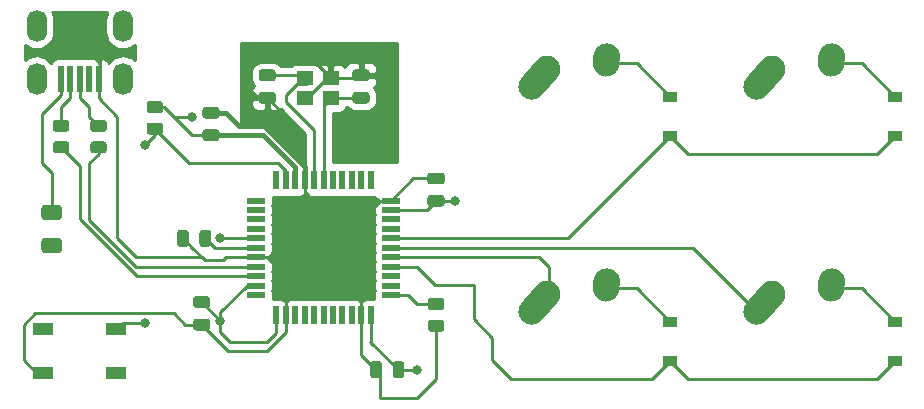
<source format=gbl>
%TF.GenerationSoftware,KiCad,Pcbnew,(5.1.10)-1*%
%TF.CreationDate,2021-09-07T16:31:46+07:00*%
%TF.ProjectId,trialkb,74726961-6c6b-4622-9e6b-696361645f70,rev?*%
%TF.SameCoordinates,Original*%
%TF.FileFunction,Copper,L2,Bot*%
%TF.FilePolarity,Positive*%
%FSLAX46Y46*%
G04 Gerber Fmt 4.6, Leading zero omitted, Abs format (unit mm)*
G04 Created by KiCad (PCBNEW (5.1.10)-1) date 2021-09-07 16:31:46*
%MOMM*%
%LPD*%
G01*
G04 APERTURE LIST*
%TA.AperFunction,SMDPad,CuDef*%
%ADD10R,1.800000X1.100000*%
%TD*%
%TA.AperFunction,ComponentPad*%
%ADD11C,2.250000*%
%TD*%
%TA.AperFunction,SMDPad,CuDef*%
%ADD12R,1.400000X1.200000*%
%TD*%
%TA.AperFunction,ComponentPad*%
%ADD13O,1.700000X2.700000*%
%TD*%
%TA.AperFunction,SMDPad,CuDef*%
%ADD14R,0.500000X2.250000*%
%TD*%
%TA.AperFunction,SMDPad,CuDef*%
%ADD15R,0.550000X1.500000*%
%TD*%
%TA.AperFunction,SMDPad,CuDef*%
%ADD16R,1.500000X0.550000*%
%TD*%
%TA.AperFunction,SMDPad,CuDef*%
%ADD17R,1.200000X0.900000*%
%TD*%
%TA.AperFunction,ViaPad*%
%ADD18C,0.800000*%
%TD*%
%TA.AperFunction,Conductor*%
%ADD19C,0.381000*%
%TD*%
%TA.AperFunction,Conductor*%
%ADD20C,0.254000*%
%TD*%
%TA.AperFunction,Conductor*%
%ADD21C,0.100000*%
%TD*%
G04 APERTURE END LIST*
D10*
%TO.P,SW1,4*%
%TO.N,N/C*%
X34056250Y-77256250D03*
%TO.P,SW1,3*%
X27856250Y-73556250D03*
%TO.P,SW1,2*%
%TO.N,Net-(R3-Pad2)*%
X34056250Y-73556250D03*
%TO.P,SW1,1*%
%TO.N,GND*%
X27856250Y-77256250D03*
%TD*%
D11*
%TO.P,MX2,1*%
%TO.N,COL0*%
X70525000Y-70612500D03*
%TA.AperFunction,ComponentPad*%
G36*
G01*
X68463688Y-72909850D02*
X68463683Y-72909845D01*
G75*
G02*
X68377655Y-71321183I751317J837345D01*
G01*
X69687657Y-69861183D01*
G75*
G02*
X71276319Y-69775155I837345J-751317D01*
G01*
X71276319Y-69775155D01*
G75*
G02*
X71362347Y-71363817I-751317J-837345D01*
G01*
X70052345Y-72823817D01*
G75*
G02*
X68463683Y-72909845I-837345J751317D01*
G01*
G37*
%TD.AperFunction*%
%TO.P,MX2,2*%
%TO.N,Net-(D2-Pad2)*%
X75565000Y-69532500D03*
%TA.AperFunction,ComponentPad*%
G36*
G01*
X75448483Y-71234895D02*
X75447597Y-71234834D01*
G75*
G02*
X74402666Y-70035097I77403J1122334D01*
G01*
X74442666Y-69455097D01*
G75*
G02*
X75642403Y-68410166I1122334J-77403D01*
G01*
X75642403Y-68410166D01*
G75*
G02*
X76687334Y-69609903I-77403J-1122334D01*
G01*
X76647334Y-70189903D01*
G75*
G02*
X75447597Y-71234834I-1122334J77403D01*
G01*
G37*
%TD.AperFunction*%
%TD*%
D12*
%TO.P,Y1,4*%
%TO.N,GND*%
X52206250Y-52331250D03*
%TO.P,Y1,3*%
%TO.N,Net-(C5-Pad1)*%
X50006250Y-52331250D03*
%TO.P,Y1,2*%
%TO.N,GND*%
X50006250Y-54031250D03*
%TO.P,Y1,1*%
%TO.N,Net-(C4-Pad1)*%
X52206250Y-54031250D03*
%TD*%
D13*
%TO.P,USB1,6*%
%TO.N,Net-(USB1-Pad6)*%
X27306250Y-47887500D03*
X34606250Y-47887500D03*
X34606250Y-52387500D03*
X27306250Y-52387500D03*
D14*
%TO.P,USB1,5*%
%TO.N,VCC*%
X29356250Y-52387500D03*
%TO.P,USB1,4*%
%TO.N,D-*%
X30156250Y-52387500D03*
%TO.P,USB1,3*%
%TO.N,D+*%
X30956250Y-52387500D03*
%TO.P,USB1,2*%
%TO.N,Net-(USB1-Pad2)*%
X31756250Y-52387500D03*
%TO.P,USB1,1*%
%TO.N,GND*%
X32556250Y-52387500D03*
%TD*%
D15*
%TO.P,U1,44*%
%TO.N,+5V*%
X47593750Y-72375000D03*
%TO.P,U1,43*%
%TO.N,GND*%
X48393750Y-72375000D03*
%TO.P,U1,42*%
%TO.N,Net-(U1-Pad42)*%
X49193750Y-72375000D03*
%TO.P,U1,41*%
%TO.N,Net-(U1-Pad41)*%
X49993750Y-72375000D03*
%TO.P,U1,40*%
%TO.N,Net-(U1-Pad40)*%
X50793750Y-72375000D03*
%TO.P,U1,39*%
%TO.N,Net-(U1-Pad39)*%
X51593750Y-72375000D03*
%TO.P,U1,38*%
%TO.N,Net-(U1-Pad38)*%
X52393750Y-72375000D03*
%TO.P,U1,37*%
%TO.N,Net-(U1-Pad37)*%
X53193750Y-72375000D03*
%TO.P,U1,36*%
%TO.N,Net-(U1-Pad36)*%
X53993750Y-72375000D03*
%TO.P,U1,35*%
%TO.N,GND*%
X54793750Y-72375000D03*
%TO.P,U1,34*%
%TO.N,+5V*%
X55593750Y-72375000D03*
D16*
%TO.P,U1,33*%
%TO.N,Net-(R4-Pad2)*%
X57293750Y-70675000D03*
%TO.P,U1,32*%
%TO.N,Net-(U1-Pad32)*%
X57293750Y-69875000D03*
%TO.P,U1,31*%
%TO.N,Net-(U1-Pad31)*%
X57293750Y-69075000D03*
%TO.P,U1,30*%
%TO.N,ROW1*%
X57293750Y-68275000D03*
%TO.P,U1,29*%
%TO.N,COL0*%
X57293750Y-67475000D03*
%TO.P,U1,28*%
%TO.N,COL1*%
X57293750Y-66675000D03*
%TO.P,U1,27*%
%TO.N,ROW0*%
X57293750Y-65875000D03*
%TO.P,U1,26*%
%TO.N,Net-(U1-Pad26)*%
X57293750Y-65075000D03*
%TO.P,U1,25*%
%TO.N,Net-(U1-Pad25)*%
X57293750Y-64275000D03*
%TO.P,U1,24*%
%TO.N,+5V*%
X57293750Y-63475000D03*
%TO.P,U1,23*%
%TO.N,GND*%
X57293750Y-62675000D03*
D15*
%TO.P,U1,22*%
%TO.N,Net-(U1-Pad22)*%
X55593750Y-60975000D03*
%TO.P,U1,21*%
%TO.N,Net-(U1-Pad21)*%
X54793750Y-60975000D03*
%TO.P,U1,20*%
%TO.N,Net-(U1-Pad20)*%
X53993750Y-60975000D03*
%TO.P,U1,19*%
%TO.N,Net-(U1-Pad19)*%
X53193750Y-60975000D03*
%TO.P,U1,18*%
%TO.N,Net-(U1-Pad18)*%
X52393750Y-60975000D03*
%TO.P,U1,17*%
%TO.N,Net-(C4-Pad1)*%
X51593750Y-60975000D03*
%TO.P,U1,16*%
%TO.N,Net-(C5-Pad1)*%
X50793750Y-60975000D03*
%TO.P,U1,15*%
%TO.N,GND*%
X49993750Y-60975000D03*
%TO.P,U1,14*%
%TO.N,+5V*%
X49193750Y-60975000D03*
%TO.P,U1,13*%
%TO.N,Net-(R3-Pad2)*%
X48393750Y-60975000D03*
%TO.P,U1,12*%
%TO.N,Net-(U1-Pad12)*%
X47593750Y-60975000D03*
D16*
%TO.P,U1,11*%
%TO.N,Net-(U1-Pad11)*%
X45893750Y-62675000D03*
%TO.P,U1,10*%
%TO.N,Net-(U1-Pad10)*%
X45893750Y-63475000D03*
%TO.P,U1,9*%
%TO.N,Net-(U1-Pad9)*%
X45893750Y-64275000D03*
%TO.P,U1,8*%
%TO.N,Net-(U1-Pad8)*%
X45893750Y-65075000D03*
%TO.P,U1,7*%
%TO.N,+5V*%
X45893750Y-65875000D03*
%TO.P,U1,6*%
%TO.N,Net-(C7-Pad1)*%
X45893750Y-66675000D03*
%TO.P,U1,5*%
%TO.N,GND*%
X45893750Y-67475000D03*
%TO.P,U1,4*%
%TO.N,Net-(R2-Pad1)*%
X45893750Y-68275000D03*
%TO.P,U1,3*%
%TO.N,Net-(R1-Pad1)*%
X45893750Y-69075000D03*
%TO.P,U1,2*%
%TO.N,+5V*%
X45893750Y-69875000D03*
%TO.P,U1,1*%
%TO.N,Net-(U1-Pad1)*%
X45893750Y-70675000D03*
%TD*%
%TO.P,R4,2*%
%TO.N,Net-(R4-Pad2)*%
%TA.AperFunction,SMDPad,CuDef*%
G36*
G01*
X61568751Y-71950000D02*
X60668749Y-71950000D01*
G75*
G02*
X60418750Y-71700001I0J249999D01*
G01*
X60418750Y-71174999D01*
G75*
G02*
X60668749Y-70925000I249999J0D01*
G01*
X61568751Y-70925000D01*
G75*
G02*
X61818750Y-71174999I0J-249999D01*
G01*
X61818750Y-71700001D01*
G75*
G02*
X61568751Y-71950000I-249999J0D01*
G01*
G37*
%TD.AperFunction*%
%TO.P,R4,1*%
%TO.N,GND*%
%TA.AperFunction,SMDPad,CuDef*%
G36*
G01*
X61568751Y-73775000D02*
X60668749Y-73775000D01*
G75*
G02*
X60418750Y-73525001I0J249999D01*
G01*
X60418750Y-72999999D01*
G75*
G02*
X60668749Y-72750000I249999J0D01*
G01*
X61568751Y-72750000D01*
G75*
G02*
X61818750Y-72999999I0J-249999D01*
G01*
X61818750Y-73525001D01*
G75*
G02*
X61568751Y-73775000I-249999J0D01*
G01*
G37*
%TD.AperFunction*%
%TD*%
%TO.P,R3,2*%
%TO.N,Net-(R3-Pad2)*%
%TA.AperFunction,SMDPad,CuDef*%
G36*
G01*
X36856249Y-56081250D02*
X37756251Y-56081250D01*
G75*
G02*
X38006250Y-56331249I0J-249999D01*
G01*
X38006250Y-56856251D01*
G75*
G02*
X37756251Y-57106250I-249999J0D01*
G01*
X36856249Y-57106250D01*
G75*
G02*
X36606250Y-56856251I0J249999D01*
G01*
X36606250Y-56331249D01*
G75*
G02*
X36856249Y-56081250I249999J0D01*
G01*
G37*
%TD.AperFunction*%
%TO.P,R3,1*%
%TO.N,+5V*%
%TA.AperFunction,SMDPad,CuDef*%
G36*
G01*
X36856249Y-54256250D02*
X37756251Y-54256250D01*
G75*
G02*
X38006250Y-54506249I0J-249999D01*
G01*
X38006250Y-55031251D01*
G75*
G02*
X37756251Y-55281250I-249999J0D01*
G01*
X36856249Y-55281250D01*
G75*
G02*
X36606250Y-55031251I0J249999D01*
G01*
X36606250Y-54506249D01*
G75*
G02*
X36856249Y-54256250I249999J0D01*
G01*
G37*
%TD.AperFunction*%
%TD*%
%TO.P,R2,2*%
%TO.N,D+*%
%TA.AperFunction,SMDPad,CuDef*%
G36*
G01*
X32993751Y-56868750D02*
X32093749Y-56868750D01*
G75*
G02*
X31843750Y-56618751I0J249999D01*
G01*
X31843750Y-56093749D01*
G75*
G02*
X32093749Y-55843750I249999J0D01*
G01*
X32993751Y-55843750D01*
G75*
G02*
X33243750Y-56093749I0J-249999D01*
G01*
X33243750Y-56618751D01*
G75*
G02*
X32993751Y-56868750I-249999J0D01*
G01*
G37*
%TD.AperFunction*%
%TO.P,R2,1*%
%TO.N,Net-(R2-Pad1)*%
%TA.AperFunction,SMDPad,CuDef*%
G36*
G01*
X32993751Y-58693750D02*
X32093749Y-58693750D01*
G75*
G02*
X31843750Y-58443751I0J249999D01*
G01*
X31843750Y-57918749D01*
G75*
G02*
X32093749Y-57668750I249999J0D01*
G01*
X32993751Y-57668750D01*
G75*
G02*
X33243750Y-57918749I0J-249999D01*
G01*
X33243750Y-58443751D01*
G75*
G02*
X32993751Y-58693750I-249999J0D01*
G01*
G37*
%TD.AperFunction*%
%TD*%
%TO.P,R1,2*%
%TO.N,D-*%
%TA.AperFunction,SMDPad,CuDef*%
G36*
G01*
X29818751Y-56868750D02*
X28918749Y-56868750D01*
G75*
G02*
X28668750Y-56618751I0J249999D01*
G01*
X28668750Y-56093749D01*
G75*
G02*
X28918749Y-55843750I249999J0D01*
G01*
X29818751Y-55843750D01*
G75*
G02*
X30068750Y-56093749I0J-249999D01*
G01*
X30068750Y-56618751D01*
G75*
G02*
X29818751Y-56868750I-249999J0D01*
G01*
G37*
%TD.AperFunction*%
%TO.P,R1,1*%
%TO.N,Net-(R1-Pad1)*%
%TA.AperFunction,SMDPad,CuDef*%
G36*
G01*
X29818751Y-58693750D02*
X28918749Y-58693750D01*
G75*
G02*
X28668750Y-58443751I0J249999D01*
G01*
X28668750Y-57918749D01*
G75*
G02*
X28918749Y-57668750I249999J0D01*
G01*
X29818751Y-57668750D01*
G75*
G02*
X30068750Y-57918749I0J-249999D01*
G01*
X30068750Y-58443751D01*
G75*
G02*
X29818751Y-58693750I-249999J0D01*
G01*
G37*
%TD.AperFunction*%
%TD*%
D11*
%TO.P,MX4,1*%
%TO.N,COL1*%
X89575000Y-70612500D03*
%TA.AperFunction,ComponentPad*%
G36*
G01*
X87513688Y-72909850D02*
X87513683Y-72909845D01*
G75*
G02*
X87427655Y-71321183I751317J837345D01*
G01*
X88737657Y-69861183D01*
G75*
G02*
X90326319Y-69775155I837345J-751317D01*
G01*
X90326319Y-69775155D01*
G75*
G02*
X90412347Y-71363817I-751317J-837345D01*
G01*
X89102345Y-72823817D01*
G75*
G02*
X87513683Y-72909845I-837345J751317D01*
G01*
G37*
%TD.AperFunction*%
%TO.P,MX4,2*%
%TO.N,Net-(D4-Pad2)*%
X94615000Y-69532500D03*
%TA.AperFunction,ComponentPad*%
G36*
G01*
X94498483Y-71234895D02*
X94497597Y-71234834D01*
G75*
G02*
X93452666Y-70035097I77403J1122334D01*
G01*
X93492666Y-69455097D01*
G75*
G02*
X94692403Y-68410166I1122334J-77403D01*
G01*
X94692403Y-68410166D01*
G75*
G02*
X95737334Y-69609903I-77403J-1122334D01*
G01*
X95697334Y-70189903D01*
G75*
G02*
X94497597Y-71234834I-1122334J77403D01*
G01*
G37*
%TD.AperFunction*%
%TD*%
%TO.P,MX3,1*%
%TO.N,COL1*%
X89575000Y-51562500D03*
%TA.AperFunction,ComponentPad*%
G36*
G01*
X87513688Y-53859850D02*
X87513683Y-53859845D01*
G75*
G02*
X87427655Y-52271183I751317J837345D01*
G01*
X88737657Y-50811183D01*
G75*
G02*
X90326319Y-50725155I837345J-751317D01*
G01*
X90326319Y-50725155D01*
G75*
G02*
X90412347Y-52313817I-751317J-837345D01*
G01*
X89102345Y-53773817D01*
G75*
G02*
X87513683Y-53859845I-837345J751317D01*
G01*
G37*
%TD.AperFunction*%
%TO.P,MX3,2*%
%TO.N,Net-(D3-Pad2)*%
X94615000Y-50482500D03*
%TA.AperFunction,ComponentPad*%
G36*
G01*
X94498483Y-52184895D02*
X94497597Y-52184834D01*
G75*
G02*
X93452666Y-50985097I77403J1122334D01*
G01*
X93492666Y-50405097D01*
G75*
G02*
X94692403Y-49360166I1122334J-77403D01*
G01*
X94692403Y-49360166D01*
G75*
G02*
X95737334Y-50559903I-77403J-1122334D01*
G01*
X95697334Y-51139903D01*
G75*
G02*
X94497597Y-52184834I-1122334J77403D01*
G01*
G37*
%TD.AperFunction*%
%TD*%
%TO.P,MX1,1*%
%TO.N,COL0*%
X70525000Y-51562500D03*
%TA.AperFunction,ComponentPad*%
G36*
G01*
X68463688Y-53859850D02*
X68463683Y-53859845D01*
G75*
G02*
X68377655Y-52271183I751317J837345D01*
G01*
X69687657Y-50811183D01*
G75*
G02*
X71276319Y-50725155I837345J-751317D01*
G01*
X71276319Y-50725155D01*
G75*
G02*
X71362347Y-52313817I-751317J-837345D01*
G01*
X70052345Y-53773817D01*
G75*
G02*
X68463683Y-53859845I-837345J751317D01*
G01*
G37*
%TD.AperFunction*%
%TO.P,MX1,2*%
%TO.N,Net-(D1-Pad2)*%
X75565000Y-50482500D03*
%TA.AperFunction,ComponentPad*%
G36*
G01*
X75448483Y-52184895D02*
X75447597Y-52184834D01*
G75*
G02*
X74402666Y-50985097I77403J1122334D01*
G01*
X74442666Y-50405097D01*
G75*
G02*
X75642403Y-49360166I1122334J-77403D01*
G01*
X75642403Y-49360166D01*
G75*
G02*
X76687334Y-50559903I-77403J-1122334D01*
G01*
X76647334Y-51139903D01*
G75*
G02*
X75447597Y-52184834I-1122334J77403D01*
G01*
G37*
%TD.AperFunction*%
%TD*%
%TO.P,F1,2*%
%TO.N,VCC*%
%TA.AperFunction,SMDPad,CuDef*%
G36*
G01*
X29200000Y-64312500D02*
X27950000Y-64312500D01*
G75*
G02*
X27700000Y-64062500I0J250000D01*
G01*
X27700000Y-63312500D01*
G75*
G02*
X27950000Y-63062500I250000J0D01*
G01*
X29200000Y-63062500D01*
G75*
G02*
X29450000Y-63312500I0J-250000D01*
G01*
X29450000Y-64062500D01*
G75*
G02*
X29200000Y-64312500I-250000J0D01*
G01*
G37*
%TD.AperFunction*%
%TO.P,F1,1*%
%TO.N,+5V*%
%TA.AperFunction,SMDPad,CuDef*%
G36*
G01*
X29200000Y-67112500D02*
X27950000Y-67112500D01*
G75*
G02*
X27700000Y-66862500I0J250000D01*
G01*
X27700000Y-66112500D01*
G75*
G02*
X27950000Y-65862500I250000J0D01*
G01*
X29200000Y-65862500D01*
G75*
G02*
X29450000Y-66112500I0J-250000D01*
G01*
X29450000Y-66862500D01*
G75*
G02*
X29200000Y-67112500I-250000J0D01*
G01*
G37*
%TD.AperFunction*%
%TD*%
D17*
%TO.P,D4,2*%
%TO.N,Net-(D4-Pad2)*%
X100012500Y-72962500D03*
%TO.P,D4,1*%
%TO.N,ROW1*%
X100012500Y-76262500D03*
%TD*%
%TO.P,D3,2*%
%TO.N,Net-(D3-Pad2)*%
X100012500Y-53912500D03*
%TO.P,D3,1*%
%TO.N,ROW0*%
X100012500Y-57212500D03*
%TD*%
%TO.P,D2,2*%
%TO.N,Net-(D2-Pad2)*%
X80962500Y-72962500D03*
%TO.P,D2,1*%
%TO.N,ROW1*%
X80962500Y-76262500D03*
%TD*%
%TO.P,D1,2*%
%TO.N,Net-(D1-Pad2)*%
X80962500Y-53912500D03*
%TO.P,D1,1*%
%TO.N,ROW0*%
X80962500Y-57212500D03*
%TD*%
%TO.P,C7,2*%
%TO.N,GND*%
%TA.AperFunction,SMDPad,CuDef*%
G36*
G01*
X40187500Y-65406250D02*
X40187500Y-66356250D01*
G75*
G02*
X39937500Y-66606250I-250000J0D01*
G01*
X39437500Y-66606250D01*
G75*
G02*
X39187500Y-66356250I0J250000D01*
G01*
X39187500Y-65406250D01*
G75*
G02*
X39437500Y-65156250I250000J0D01*
G01*
X39937500Y-65156250D01*
G75*
G02*
X40187500Y-65406250I0J-250000D01*
G01*
G37*
%TD.AperFunction*%
%TO.P,C7,1*%
%TO.N,Net-(C7-Pad1)*%
%TA.AperFunction,SMDPad,CuDef*%
G36*
G01*
X42087500Y-65406250D02*
X42087500Y-66356250D01*
G75*
G02*
X41837500Y-66606250I-250000J0D01*
G01*
X41337500Y-66606250D01*
G75*
G02*
X41087500Y-66356250I0J250000D01*
G01*
X41087500Y-65406250D01*
G75*
G02*
X41337500Y-65156250I250000J0D01*
G01*
X41837500Y-65156250D01*
G75*
G02*
X42087500Y-65406250I0J-250000D01*
G01*
G37*
%TD.AperFunction*%
%TD*%
%TO.P,C6,2*%
%TO.N,GND*%
%TA.AperFunction,SMDPad,CuDef*%
G36*
G01*
X40800000Y-72681250D02*
X41750000Y-72681250D01*
G75*
G02*
X42000000Y-72931250I0J-250000D01*
G01*
X42000000Y-73431250D01*
G75*
G02*
X41750000Y-73681250I-250000J0D01*
G01*
X40800000Y-73681250D01*
G75*
G02*
X40550000Y-73431250I0J250000D01*
G01*
X40550000Y-72931250D01*
G75*
G02*
X40800000Y-72681250I250000J0D01*
G01*
G37*
%TD.AperFunction*%
%TO.P,C6,1*%
%TO.N,+5V*%
%TA.AperFunction,SMDPad,CuDef*%
G36*
G01*
X40800000Y-70781250D02*
X41750000Y-70781250D01*
G75*
G02*
X42000000Y-71031250I0J-250000D01*
G01*
X42000000Y-71531250D01*
G75*
G02*
X41750000Y-71781250I-250000J0D01*
G01*
X40800000Y-71781250D01*
G75*
G02*
X40550000Y-71531250I0J250000D01*
G01*
X40550000Y-71031250D01*
G75*
G02*
X40800000Y-70781250I250000J0D01*
G01*
G37*
%TD.AperFunction*%
%TD*%
%TO.P,C5,2*%
%TO.N,GND*%
%TA.AperFunction,SMDPad,CuDef*%
G36*
G01*
X46356250Y-53475000D02*
X47306250Y-53475000D01*
G75*
G02*
X47556250Y-53725000I0J-250000D01*
G01*
X47556250Y-54225000D01*
G75*
G02*
X47306250Y-54475000I-250000J0D01*
G01*
X46356250Y-54475000D01*
G75*
G02*
X46106250Y-54225000I0J250000D01*
G01*
X46106250Y-53725000D01*
G75*
G02*
X46356250Y-53475000I250000J0D01*
G01*
G37*
%TD.AperFunction*%
%TO.P,C5,1*%
%TO.N,Net-(C5-Pad1)*%
%TA.AperFunction,SMDPad,CuDef*%
G36*
G01*
X46356250Y-51575000D02*
X47306250Y-51575000D01*
G75*
G02*
X47556250Y-51825000I0J-250000D01*
G01*
X47556250Y-52325000D01*
G75*
G02*
X47306250Y-52575000I-250000J0D01*
G01*
X46356250Y-52575000D01*
G75*
G02*
X46106250Y-52325000I0J250000D01*
G01*
X46106250Y-51825000D01*
G75*
G02*
X46356250Y-51575000I250000J0D01*
G01*
G37*
%TD.AperFunction*%
%TD*%
%TO.P,C4,2*%
%TO.N,GND*%
%TA.AperFunction,SMDPad,CuDef*%
G36*
G01*
X55243750Y-52575000D02*
X54293750Y-52575000D01*
G75*
G02*
X54043750Y-52325000I0J250000D01*
G01*
X54043750Y-51825000D01*
G75*
G02*
X54293750Y-51575000I250000J0D01*
G01*
X55243750Y-51575000D01*
G75*
G02*
X55493750Y-51825000I0J-250000D01*
G01*
X55493750Y-52325000D01*
G75*
G02*
X55243750Y-52575000I-250000J0D01*
G01*
G37*
%TD.AperFunction*%
%TO.P,C4,1*%
%TO.N,Net-(C4-Pad1)*%
%TA.AperFunction,SMDPad,CuDef*%
G36*
G01*
X55243750Y-54475000D02*
X54293750Y-54475000D01*
G75*
G02*
X54043750Y-54225000I0J250000D01*
G01*
X54043750Y-53725000D01*
G75*
G02*
X54293750Y-53475000I250000J0D01*
G01*
X55243750Y-53475000D01*
G75*
G02*
X55493750Y-53725000I0J-250000D01*
G01*
X55493750Y-54225000D01*
G75*
G02*
X55243750Y-54475000I-250000J0D01*
G01*
G37*
%TD.AperFunction*%
%TD*%
%TO.P,C3,1*%
%TO.N,+5V*%
%TA.AperFunction,SMDPad,CuDef*%
G36*
G01*
X42543750Y-57650000D02*
X41593750Y-57650000D01*
G75*
G02*
X41343750Y-57400000I0J250000D01*
G01*
X41343750Y-56900000D01*
G75*
G02*
X41593750Y-56650000I250000J0D01*
G01*
X42543750Y-56650000D01*
G75*
G02*
X42793750Y-56900000I0J-250000D01*
G01*
X42793750Y-57400000D01*
G75*
G02*
X42543750Y-57650000I-250000J0D01*
G01*
G37*
%TD.AperFunction*%
%TO.P,C3,2*%
%TO.N,GND*%
%TA.AperFunction,SMDPad,CuDef*%
G36*
G01*
X42543750Y-55750000D02*
X41593750Y-55750000D01*
G75*
G02*
X41343750Y-55500000I0J250000D01*
G01*
X41343750Y-55000000D01*
G75*
G02*
X41593750Y-54750000I250000J0D01*
G01*
X42543750Y-54750000D01*
G75*
G02*
X42793750Y-55000000I0J-250000D01*
G01*
X42793750Y-55500000D01*
G75*
G02*
X42543750Y-55750000I-250000J0D01*
G01*
G37*
%TD.AperFunction*%
%TD*%
%TO.P,C2,2*%
%TO.N,GND*%
%TA.AperFunction,SMDPad,CuDef*%
G36*
G01*
X61593750Y-61306250D02*
X60643750Y-61306250D01*
G75*
G02*
X60393750Y-61056250I0J250000D01*
G01*
X60393750Y-60556250D01*
G75*
G02*
X60643750Y-60306250I250000J0D01*
G01*
X61593750Y-60306250D01*
G75*
G02*
X61843750Y-60556250I0J-250000D01*
G01*
X61843750Y-61056250D01*
G75*
G02*
X61593750Y-61306250I-250000J0D01*
G01*
G37*
%TD.AperFunction*%
%TO.P,C2,1*%
%TO.N,+5V*%
%TA.AperFunction,SMDPad,CuDef*%
G36*
G01*
X61593750Y-63206250D02*
X60643750Y-63206250D01*
G75*
G02*
X60393750Y-62956250I0J250000D01*
G01*
X60393750Y-62456250D01*
G75*
G02*
X60643750Y-62206250I250000J0D01*
G01*
X61593750Y-62206250D01*
G75*
G02*
X61843750Y-62456250I0J-250000D01*
G01*
X61843750Y-62956250D01*
G75*
G02*
X61593750Y-63206250I-250000J0D01*
G01*
G37*
%TD.AperFunction*%
%TD*%
%TO.P,C1,2*%
%TO.N,GND*%
%TA.AperFunction,SMDPad,CuDef*%
G36*
G01*
X56543750Y-76518750D02*
X56543750Y-77468750D01*
G75*
G02*
X56293750Y-77718750I-250000J0D01*
G01*
X55793750Y-77718750D01*
G75*
G02*
X55543750Y-77468750I0J250000D01*
G01*
X55543750Y-76518750D01*
G75*
G02*
X55793750Y-76268750I250000J0D01*
G01*
X56293750Y-76268750D01*
G75*
G02*
X56543750Y-76518750I0J-250000D01*
G01*
G37*
%TD.AperFunction*%
%TO.P,C1,1*%
%TO.N,+5V*%
%TA.AperFunction,SMDPad,CuDef*%
G36*
G01*
X58443750Y-76518750D02*
X58443750Y-77468750D01*
G75*
G02*
X58193750Y-77718750I-250000J0D01*
G01*
X57693750Y-77718750D01*
G75*
G02*
X57443750Y-77468750I0J250000D01*
G01*
X57443750Y-76518750D01*
G75*
G02*
X57693750Y-76268750I250000J0D01*
G01*
X58193750Y-76268750D01*
G75*
G02*
X58443750Y-76518750I0J-250000D01*
G01*
G37*
%TD.AperFunction*%
%TD*%
D18*
%TO.N,+5V*%
X62706250Y-62706250D03*
X59531250Y-76993750D03*
X42862500Y-72868750D03*
X42862500Y-65881250D03*
X40481250Y-55562500D03*
%TO.N,Net-(R3-Pad2)*%
X36512500Y-57943750D03*
X36512500Y-73025000D03*
%TD*%
D19*
%TO.N,GND*%
X42068750Y-55250000D02*
X43343750Y-55250000D01*
X43343750Y-55250000D02*
X44450000Y-56356250D01*
X49993750Y-59822328D02*
X49993750Y-60975000D01*
X46527672Y-56356250D02*
X49993750Y-59822328D01*
X44450000Y-56356250D02*
X46527672Y-56356250D01*
X50309152Y-54031250D02*
X50006250Y-54031250D01*
X52206250Y-52331250D02*
X52009152Y-52331250D01*
D20*
X51894852Y-52331250D02*
X52206250Y-52331250D01*
X50194852Y-54031250D02*
X51894852Y-52331250D01*
X50006250Y-54031250D02*
X50194852Y-54031250D01*
X43372770Y-67475000D02*
X45893750Y-67475000D01*
X43120760Y-67727010D02*
X43372770Y-67475000D01*
X41533260Y-67727010D02*
X43120760Y-67727010D01*
X40481250Y-66675000D02*
X41533260Y-67727010D01*
X41275000Y-67468750D02*
X41533260Y-67727010D01*
X35718750Y-67468750D02*
X41275000Y-67468750D01*
X34131250Y-65881250D02*
X35718750Y-67468750D01*
X34131250Y-55562500D02*
X34131250Y-65881250D01*
X32556250Y-53987500D02*
X34131250Y-55562500D01*
X32556250Y-52387500D02*
X32556250Y-53987500D01*
X40481250Y-66675000D02*
X39687500Y-65881250D01*
X49993750Y-61979000D02*
X52308500Y-64293750D01*
X49993750Y-60975000D02*
X49993750Y-61979000D01*
X52308500Y-64293750D02*
X54768750Y-64293750D01*
X56387500Y-62675000D02*
X57293750Y-62675000D01*
X54768750Y-64293750D02*
X56387500Y-62675000D01*
X54768750Y-72350000D02*
X54793750Y-72375000D01*
X54768750Y-64293750D02*
X54768750Y-69056250D01*
X54768750Y-69056250D02*
X48418750Y-69056250D01*
X54768750Y-69056250D02*
X54768750Y-72350000D01*
X48418750Y-72350000D02*
X48393750Y-72375000D01*
X48418750Y-69056250D02*
X48418750Y-72350000D01*
X46837500Y-67475000D02*
X45893750Y-67475000D01*
X48418750Y-69056250D02*
X46837500Y-67475000D01*
X61118750Y-73262500D02*
X61118750Y-77787500D01*
X61118750Y-77787500D02*
X59531250Y-79375000D01*
X59531250Y-79375000D02*
X56356250Y-79375000D01*
X56356250Y-77306250D02*
X56043750Y-76993750D01*
X56356250Y-79375000D02*
X56356250Y-77306250D01*
X54793750Y-75743750D02*
X54793750Y-72375000D01*
X56043750Y-76993750D02*
X54793750Y-75743750D01*
X59162500Y-60806250D02*
X57293750Y-62675000D01*
X61118750Y-60806250D02*
X59162500Y-60806250D01*
X41275000Y-73181250D02*
X43500000Y-75406250D01*
X43500000Y-75406250D02*
X46831250Y-75406250D01*
X48393750Y-73843750D02*
X48393750Y-72375000D01*
X46831250Y-75406250D02*
X48393750Y-73843750D01*
X52262500Y-52387500D02*
X52206250Y-52331250D01*
X49993750Y-57137500D02*
X49993750Y-60975000D01*
X46831250Y-53975000D02*
X49993750Y-57137500D01*
X46037500Y-53975000D02*
X46831250Y-53975000D01*
X45243750Y-53181250D02*
X46037500Y-53975000D01*
X45243750Y-51593750D02*
X45243750Y-53181250D01*
X46037500Y-50800000D02*
X45243750Y-51593750D01*
X50675000Y-50800000D02*
X46037500Y-50800000D01*
X52206250Y-52331250D02*
X50675000Y-50800000D01*
X54512500Y-52331250D02*
X54768750Y-52075000D01*
X52206250Y-52331250D02*
X54512500Y-52331250D01*
X27856250Y-77256250D02*
X27250000Y-77256250D01*
X27250000Y-77256250D02*
X26193750Y-76200000D01*
X26193750Y-73180148D02*
X27142648Y-72231250D01*
X26193750Y-76200000D02*
X26193750Y-73180148D01*
X27142648Y-72231250D02*
X38893750Y-72231250D01*
X39843750Y-73181250D02*
X41275000Y-73181250D01*
X38893750Y-72231250D02*
X39843750Y-73181250D01*
D19*
%TO.N,+5V*%
X46499750Y-57150000D02*
X42068750Y-57150000D01*
X49193750Y-59844000D02*
X46499750Y-57150000D01*
X49193750Y-60975000D02*
X49193750Y-59844000D01*
D20*
X47593750Y-72375000D02*
X47593750Y-73056250D01*
X37306250Y-54768750D02*
X38100000Y-54768750D01*
X40481250Y-57150000D02*
X42068750Y-57150000D01*
X57943750Y-76993750D02*
X55562500Y-74612500D01*
X55593750Y-74581250D02*
X55593750Y-72375000D01*
X55562500Y-74612500D02*
X55593750Y-74581250D01*
X60350000Y-63475000D02*
X57293750Y-63475000D01*
X61118750Y-62706250D02*
X60350000Y-63475000D01*
X61118750Y-62706250D02*
X62706250Y-62706250D01*
X59531250Y-76993750D02*
X57943750Y-76993750D01*
X41275000Y-71281250D02*
X42862500Y-72868750D01*
X42862500Y-73818750D02*
X43656250Y-74612500D01*
X43656250Y-74612500D02*
X46831250Y-74612500D01*
X47593750Y-73850000D02*
X47593750Y-72375000D01*
X46831250Y-74612500D02*
X47593750Y-73850000D01*
X45080148Y-69875000D02*
X45893750Y-69875000D01*
X42862500Y-72092648D02*
X45080148Y-69875000D01*
X42862500Y-73025000D02*
X42862500Y-72092648D01*
X42862500Y-72868750D02*
X42862500Y-73025000D01*
X42862500Y-73025000D02*
X42862500Y-73818750D01*
X42868750Y-65875000D02*
X42862500Y-65881250D01*
X45893750Y-65875000D02*
X42868750Y-65875000D01*
X40481250Y-55562500D02*
X38893750Y-55562500D01*
X38893750Y-55562500D02*
X40481250Y-57150000D01*
X38100000Y-54768750D02*
X38893750Y-55562500D01*
%TO.N,Net-(C5-Pad1)*%
X49950000Y-52387500D02*
X50006250Y-52331250D01*
%TO.N,Net-(C4-Pad1)*%
X51593750Y-54643750D02*
X51885217Y-54352283D01*
X51593750Y-60975000D02*
X51593750Y-54643750D01*
X52462500Y-54287500D02*
X52206250Y-54031250D01*
X54712500Y-54031250D02*
X54768750Y-53975000D01*
X52206250Y-54031250D02*
X54712500Y-54031250D01*
%TO.N,Net-(C5-Pad1)*%
X50138057Y-52841510D02*
X50404010Y-52575557D01*
X49307388Y-52841510D02*
X50138057Y-52841510D01*
X48418750Y-53730148D02*
X49307388Y-52841510D01*
X48418750Y-54332352D02*
X48418750Y-53730148D01*
X50793750Y-56707352D02*
X48418750Y-54332352D01*
X50404010Y-52575557D02*
X50404010Y-52575556D01*
X50793750Y-60975000D02*
X50793750Y-56707352D01*
X49750000Y-52075000D02*
X50006250Y-52331250D01*
X46831250Y-52075000D02*
X49750000Y-52075000D01*
%TO.N,Net-(C7-Pad1)*%
X42381250Y-66675000D02*
X45893750Y-66675000D01*
X42381250Y-66675000D02*
X41587500Y-65881250D01*
%TO.N,Net-(D1-Pad2)*%
X78112500Y-51062500D02*
X80962500Y-53912500D01*
X75525000Y-51062500D02*
X78112500Y-51062500D01*
%TO.N,ROW0*%
X80962500Y-57212500D02*
X82487500Y-58737500D01*
X98487500Y-58737500D02*
X100012500Y-57212500D01*
X82487500Y-58737500D02*
X98487500Y-58737500D01*
X72300000Y-65875000D02*
X57293750Y-65875000D01*
X80962500Y-57212500D02*
X72300000Y-65875000D01*
%TO.N,Net-(D2-Pad2)*%
X78112500Y-70112500D02*
X80962500Y-72962500D01*
X75525000Y-70112500D02*
X78112500Y-70112500D01*
%TO.N,ROW1*%
X80962500Y-76262500D02*
X82487500Y-77787500D01*
X98487500Y-77787500D02*
X100012500Y-76262500D01*
X82487500Y-77787500D02*
X98487500Y-77787500D01*
X59484768Y-68275000D02*
X61059768Y-69850000D01*
X57293750Y-68275000D02*
X59484768Y-68275000D01*
X61059768Y-69850000D02*
X64293750Y-69850000D01*
X64293750Y-72740212D02*
X65881250Y-74327712D01*
X64293750Y-69850000D02*
X64293750Y-72740212D01*
X65881250Y-74327712D02*
X65881250Y-76200000D01*
X65881250Y-76200000D02*
X67468750Y-77787500D01*
X79437500Y-77787500D02*
X80962500Y-76262500D01*
X67468750Y-77787500D02*
X79437500Y-77787500D01*
%TO.N,Net-(D3-Pad2)*%
X97162500Y-51062500D02*
X100012500Y-53912500D01*
X94575000Y-51062500D02*
X97162500Y-51062500D01*
%TO.N,Net-(D4-Pad2)*%
X97162500Y-70112500D02*
X100012500Y-72962500D01*
X94575000Y-70112500D02*
X97162500Y-70112500D01*
%TO.N,VCC*%
X28575000Y-63687500D02*
X28575000Y-60325000D01*
X28575000Y-60325000D02*
X27781250Y-59531250D01*
X29356250Y-53766500D02*
X29356250Y-52387500D01*
X27781250Y-55341500D02*
X29356250Y-53766500D01*
X27781250Y-59531250D02*
X27781250Y-55341500D01*
%TO.N,COL0*%
X69215000Y-72072500D02*
X69215000Y-71596250D01*
X57293750Y-67475000D02*
X69856250Y-67475000D01*
X69856250Y-67475000D02*
X70643750Y-68262500D01*
X70643750Y-70493750D02*
X70525000Y-70612500D01*
X70643750Y-68262500D02*
X70643750Y-70493750D01*
%TO.N,COL1*%
X82867500Y-66675000D02*
X88265000Y-72072500D01*
X57293750Y-66675000D02*
X82867500Y-66675000D01*
%TO.N,D-*%
X30156250Y-52387500D02*
X30156250Y-53981250D01*
X29368750Y-54768750D02*
X29368750Y-56356250D01*
X30156250Y-53981250D02*
X29368750Y-54768750D01*
%TO.N,Net-(R1-Pad1)*%
X35778518Y-69075000D02*
X30956250Y-64252732D01*
X45893750Y-69075000D02*
X35778518Y-69075000D01*
X30956250Y-59768750D02*
X29368750Y-58181250D01*
X30956250Y-64252732D02*
X30956250Y-59768750D01*
%TO.N,D+*%
X30956250Y-52387500D02*
X30956250Y-53975000D01*
X30956250Y-53975000D02*
X31750000Y-54768750D01*
X31750000Y-55562500D02*
X32543750Y-56356250D01*
X31750000Y-54768750D02*
X31750000Y-55562500D01*
%TO.N,Net-(R2-Pad1)*%
X32543750Y-58181250D02*
X32543750Y-58737500D01*
X32543750Y-58737500D02*
X31750000Y-59531250D01*
X31750000Y-59531250D02*
X31750000Y-64293750D01*
X35731250Y-68275000D02*
X45893750Y-68275000D01*
X31750000Y-64293750D02*
X35731250Y-68275000D01*
%TO.N,Net-(R3-Pad2)*%
X37306250Y-56593750D02*
X40243750Y-59531250D01*
X48393750Y-60161398D02*
X48393750Y-60975000D01*
X47763602Y-59531250D02*
X48393750Y-60161398D01*
X40243750Y-59531250D02*
X47763602Y-59531250D01*
X37306250Y-56593750D02*
X37135499Y-56422999D01*
X37306250Y-57150000D02*
X36512500Y-57943750D01*
X37306250Y-56593750D02*
X37306250Y-57150000D01*
X34587500Y-73025000D02*
X34056250Y-73556250D01*
X36512500Y-73025000D02*
X34587500Y-73025000D01*
%TO.N,Net-(R4-Pad2)*%
X61118750Y-71437500D02*
X59531250Y-71437500D01*
X58768750Y-70675000D02*
X57293750Y-70675000D01*
X59531250Y-71437500D02*
X58768750Y-70675000D01*
%TD*%
%TO.N,GND*%
X50067565Y-62176185D02*
X50164256Y-62255537D01*
X50187417Y-62267917D01*
X50279500Y-62360000D01*
X50393087Y-62350454D01*
X50394268Y-62350812D01*
X50518750Y-62363072D01*
X51068750Y-62363072D01*
X51193232Y-62350812D01*
X51193750Y-62350655D01*
X51194268Y-62350812D01*
X51318750Y-62363072D01*
X51868750Y-62363072D01*
X51993232Y-62350812D01*
X51993750Y-62350655D01*
X51994268Y-62350812D01*
X52118750Y-62363072D01*
X52668750Y-62363072D01*
X52793232Y-62350812D01*
X52793750Y-62350655D01*
X52794268Y-62350812D01*
X52918750Y-62363072D01*
X53468750Y-62363072D01*
X53593232Y-62350812D01*
X53593750Y-62350655D01*
X53594268Y-62350812D01*
X53718750Y-62363072D01*
X54268750Y-62363072D01*
X54393232Y-62350812D01*
X54393750Y-62350655D01*
X54394268Y-62350812D01*
X54518750Y-62363072D01*
X55068750Y-62363072D01*
X55193232Y-62350812D01*
X55193750Y-62350655D01*
X55194268Y-62350812D01*
X55318750Y-62363072D01*
X55868750Y-62363072D01*
X55911302Y-62358881D01*
X55908750Y-62389250D01*
X56067500Y-62548000D01*
X56229250Y-62548000D01*
X56229250Y-62648085D01*
X56189256Y-62669463D01*
X56092565Y-62748815D01*
X56013213Y-62845506D01*
X56000833Y-62868667D01*
X55908750Y-62960750D01*
X55918296Y-63074337D01*
X55917938Y-63075518D01*
X55905678Y-63200000D01*
X55905678Y-63750000D01*
X55917938Y-63874482D01*
X55918095Y-63875000D01*
X55917938Y-63875518D01*
X55905678Y-64000000D01*
X55905678Y-64550000D01*
X55917938Y-64674482D01*
X55918095Y-64675000D01*
X55917938Y-64675518D01*
X55905678Y-64800000D01*
X55905678Y-65350000D01*
X55917938Y-65474482D01*
X55918095Y-65475000D01*
X55917938Y-65475518D01*
X55905678Y-65600000D01*
X55905678Y-66150000D01*
X55917938Y-66274482D01*
X55918095Y-66275000D01*
X55917938Y-66275518D01*
X55905678Y-66400000D01*
X55905678Y-66950000D01*
X55917938Y-67074482D01*
X55918095Y-67075000D01*
X55917938Y-67075518D01*
X55905678Y-67200000D01*
X55905678Y-67750000D01*
X55917938Y-67874482D01*
X55918095Y-67875000D01*
X55917938Y-67875518D01*
X55905678Y-68000000D01*
X55905678Y-68550000D01*
X55917938Y-68674482D01*
X55918095Y-68675000D01*
X55917938Y-68675518D01*
X55905678Y-68800000D01*
X55905678Y-69350000D01*
X55917938Y-69474482D01*
X55918095Y-69475000D01*
X55917938Y-69475518D01*
X55905678Y-69600000D01*
X55905678Y-70150000D01*
X55917938Y-70274482D01*
X55918095Y-70275000D01*
X55917938Y-70275518D01*
X55905678Y-70400000D01*
X55905678Y-70950000D01*
X55909712Y-70990962D01*
X55868750Y-70986928D01*
X55318750Y-70986928D01*
X55194268Y-70999188D01*
X55193087Y-70999546D01*
X55079500Y-70990000D01*
X54987417Y-71082083D01*
X54964256Y-71094463D01*
X54867565Y-71173815D01*
X54793750Y-71263759D01*
X54719935Y-71173815D01*
X54623244Y-71094463D01*
X54600083Y-71082083D01*
X54508000Y-70990000D01*
X54394413Y-70999546D01*
X54393232Y-70999188D01*
X54268750Y-70986928D01*
X53718750Y-70986928D01*
X53594268Y-70999188D01*
X53593750Y-70999345D01*
X53593232Y-70999188D01*
X53468750Y-70986928D01*
X52918750Y-70986928D01*
X52794268Y-70999188D01*
X52793750Y-70999345D01*
X52793232Y-70999188D01*
X52668750Y-70986928D01*
X52118750Y-70986928D01*
X51994268Y-70999188D01*
X51993750Y-70999345D01*
X51993232Y-70999188D01*
X51868750Y-70986928D01*
X51318750Y-70986928D01*
X51194268Y-70999188D01*
X51193750Y-70999345D01*
X51193232Y-70999188D01*
X51068750Y-70986928D01*
X50518750Y-70986928D01*
X50394268Y-70999188D01*
X50393750Y-70999345D01*
X50393232Y-70999188D01*
X50268750Y-70986928D01*
X49718750Y-70986928D01*
X49594268Y-70999188D01*
X49593750Y-70999345D01*
X49593232Y-70999188D01*
X49468750Y-70986928D01*
X48918750Y-70986928D01*
X48794268Y-70999188D01*
X48793087Y-70999546D01*
X48679500Y-70990000D01*
X48587417Y-71082083D01*
X48564256Y-71094463D01*
X48467565Y-71173815D01*
X48393750Y-71263759D01*
X48319935Y-71173815D01*
X48223244Y-71094463D01*
X48200083Y-71082083D01*
X48108000Y-70990000D01*
X47994413Y-70999546D01*
X47993232Y-70999188D01*
X47868750Y-70986928D01*
X47318750Y-70986928D01*
X47277788Y-70990962D01*
X47281822Y-70950000D01*
X47281822Y-70400000D01*
X47269562Y-70275518D01*
X47269405Y-70275000D01*
X47269562Y-70274482D01*
X47281822Y-70150000D01*
X47281822Y-69600000D01*
X47269562Y-69475518D01*
X47269405Y-69475000D01*
X47269562Y-69474482D01*
X47281822Y-69350000D01*
X47281822Y-68800000D01*
X47269562Y-68675518D01*
X47269405Y-68675000D01*
X47269562Y-68674482D01*
X47281822Y-68550000D01*
X47281822Y-68000000D01*
X47269562Y-67875518D01*
X47269204Y-67874337D01*
X47278750Y-67760750D01*
X47186667Y-67668667D01*
X47174287Y-67645506D01*
X47094935Y-67548815D01*
X47004991Y-67475000D01*
X47094935Y-67401185D01*
X47174287Y-67304494D01*
X47186667Y-67281333D01*
X47278750Y-67189250D01*
X47269204Y-67075663D01*
X47269562Y-67074482D01*
X47281822Y-66950000D01*
X47281822Y-66400000D01*
X47269562Y-66275518D01*
X47269405Y-66275000D01*
X47269562Y-66274482D01*
X47281822Y-66150000D01*
X47281822Y-65600000D01*
X47269562Y-65475518D01*
X47269405Y-65475000D01*
X47269562Y-65474482D01*
X47281822Y-65350000D01*
X47281822Y-64800000D01*
X47269562Y-64675518D01*
X47269405Y-64675000D01*
X47269562Y-64674482D01*
X47281822Y-64550000D01*
X47281822Y-64000000D01*
X47269562Y-63875518D01*
X47269405Y-63875000D01*
X47269562Y-63874482D01*
X47281822Y-63750000D01*
X47281822Y-63200000D01*
X47269562Y-63075518D01*
X47269405Y-63075000D01*
X47269562Y-63074482D01*
X47281822Y-62950000D01*
X47281822Y-62400000D01*
X47277788Y-62359038D01*
X47318750Y-62363072D01*
X47868750Y-62363072D01*
X47993232Y-62350812D01*
X47993750Y-62350655D01*
X47994268Y-62350812D01*
X48118750Y-62363072D01*
X48668750Y-62363072D01*
X48793232Y-62350812D01*
X48793750Y-62350655D01*
X48794268Y-62350812D01*
X48918750Y-62363072D01*
X49468750Y-62363072D01*
X49593232Y-62350812D01*
X49594413Y-62350454D01*
X49708000Y-62360000D01*
X49800083Y-62267917D01*
X49823244Y-62255537D01*
X49919935Y-62176185D01*
X49993750Y-62086241D01*
X50067565Y-62176185D01*
%TA.AperFunction,Conductor*%
D21*
G36*
X50067565Y-62176185D02*
G01*
X50164256Y-62255537D01*
X50187417Y-62267917D01*
X50279500Y-62360000D01*
X50393087Y-62350454D01*
X50394268Y-62350812D01*
X50518750Y-62363072D01*
X51068750Y-62363072D01*
X51193232Y-62350812D01*
X51193750Y-62350655D01*
X51194268Y-62350812D01*
X51318750Y-62363072D01*
X51868750Y-62363072D01*
X51993232Y-62350812D01*
X51993750Y-62350655D01*
X51994268Y-62350812D01*
X52118750Y-62363072D01*
X52668750Y-62363072D01*
X52793232Y-62350812D01*
X52793750Y-62350655D01*
X52794268Y-62350812D01*
X52918750Y-62363072D01*
X53468750Y-62363072D01*
X53593232Y-62350812D01*
X53593750Y-62350655D01*
X53594268Y-62350812D01*
X53718750Y-62363072D01*
X54268750Y-62363072D01*
X54393232Y-62350812D01*
X54393750Y-62350655D01*
X54394268Y-62350812D01*
X54518750Y-62363072D01*
X55068750Y-62363072D01*
X55193232Y-62350812D01*
X55193750Y-62350655D01*
X55194268Y-62350812D01*
X55318750Y-62363072D01*
X55868750Y-62363072D01*
X55911302Y-62358881D01*
X55908750Y-62389250D01*
X56067500Y-62548000D01*
X56229250Y-62548000D01*
X56229250Y-62648085D01*
X56189256Y-62669463D01*
X56092565Y-62748815D01*
X56013213Y-62845506D01*
X56000833Y-62868667D01*
X55908750Y-62960750D01*
X55918296Y-63074337D01*
X55917938Y-63075518D01*
X55905678Y-63200000D01*
X55905678Y-63750000D01*
X55917938Y-63874482D01*
X55918095Y-63875000D01*
X55917938Y-63875518D01*
X55905678Y-64000000D01*
X55905678Y-64550000D01*
X55917938Y-64674482D01*
X55918095Y-64675000D01*
X55917938Y-64675518D01*
X55905678Y-64800000D01*
X55905678Y-65350000D01*
X55917938Y-65474482D01*
X55918095Y-65475000D01*
X55917938Y-65475518D01*
X55905678Y-65600000D01*
X55905678Y-66150000D01*
X55917938Y-66274482D01*
X55918095Y-66275000D01*
X55917938Y-66275518D01*
X55905678Y-66400000D01*
X55905678Y-66950000D01*
X55917938Y-67074482D01*
X55918095Y-67075000D01*
X55917938Y-67075518D01*
X55905678Y-67200000D01*
X55905678Y-67750000D01*
X55917938Y-67874482D01*
X55918095Y-67875000D01*
X55917938Y-67875518D01*
X55905678Y-68000000D01*
X55905678Y-68550000D01*
X55917938Y-68674482D01*
X55918095Y-68675000D01*
X55917938Y-68675518D01*
X55905678Y-68800000D01*
X55905678Y-69350000D01*
X55917938Y-69474482D01*
X55918095Y-69475000D01*
X55917938Y-69475518D01*
X55905678Y-69600000D01*
X55905678Y-70150000D01*
X55917938Y-70274482D01*
X55918095Y-70275000D01*
X55917938Y-70275518D01*
X55905678Y-70400000D01*
X55905678Y-70950000D01*
X55909712Y-70990962D01*
X55868750Y-70986928D01*
X55318750Y-70986928D01*
X55194268Y-70999188D01*
X55193087Y-70999546D01*
X55079500Y-70990000D01*
X54987417Y-71082083D01*
X54964256Y-71094463D01*
X54867565Y-71173815D01*
X54793750Y-71263759D01*
X54719935Y-71173815D01*
X54623244Y-71094463D01*
X54600083Y-71082083D01*
X54508000Y-70990000D01*
X54394413Y-70999546D01*
X54393232Y-70999188D01*
X54268750Y-70986928D01*
X53718750Y-70986928D01*
X53594268Y-70999188D01*
X53593750Y-70999345D01*
X53593232Y-70999188D01*
X53468750Y-70986928D01*
X52918750Y-70986928D01*
X52794268Y-70999188D01*
X52793750Y-70999345D01*
X52793232Y-70999188D01*
X52668750Y-70986928D01*
X52118750Y-70986928D01*
X51994268Y-70999188D01*
X51993750Y-70999345D01*
X51993232Y-70999188D01*
X51868750Y-70986928D01*
X51318750Y-70986928D01*
X51194268Y-70999188D01*
X51193750Y-70999345D01*
X51193232Y-70999188D01*
X51068750Y-70986928D01*
X50518750Y-70986928D01*
X50394268Y-70999188D01*
X50393750Y-70999345D01*
X50393232Y-70999188D01*
X50268750Y-70986928D01*
X49718750Y-70986928D01*
X49594268Y-70999188D01*
X49593750Y-70999345D01*
X49593232Y-70999188D01*
X49468750Y-70986928D01*
X48918750Y-70986928D01*
X48794268Y-70999188D01*
X48793087Y-70999546D01*
X48679500Y-70990000D01*
X48587417Y-71082083D01*
X48564256Y-71094463D01*
X48467565Y-71173815D01*
X48393750Y-71263759D01*
X48319935Y-71173815D01*
X48223244Y-71094463D01*
X48200083Y-71082083D01*
X48108000Y-70990000D01*
X47994413Y-70999546D01*
X47993232Y-70999188D01*
X47868750Y-70986928D01*
X47318750Y-70986928D01*
X47277788Y-70990962D01*
X47281822Y-70950000D01*
X47281822Y-70400000D01*
X47269562Y-70275518D01*
X47269405Y-70275000D01*
X47269562Y-70274482D01*
X47281822Y-70150000D01*
X47281822Y-69600000D01*
X47269562Y-69475518D01*
X47269405Y-69475000D01*
X47269562Y-69474482D01*
X47281822Y-69350000D01*
X47281822Y-68800000D01*
X47269562Y-68675518D01*
X47269405Y-68675000D01*
X47269562Y-68674482D01*
X47281822Y-68550000D01*
X47281822Y-68000000D01*
X47269562Y-67875518D01*
X47269204Y-67874337D01*
X47278750Y-67760750D01*
X47186667Y-67668667D01*
X47174287Y-67645506D01*
X47094935Y-67548815D01*
X47004991Y-67475000D01*
X47094935Y-67401185D01*
X47174287Y-67304494D01*
X47186667Y-67281333D01*
X47278750Y-67189250D01*
X47269204Y-67075663D01*
X47269562Y-67074482D01*
X47281822Y-66950000D01*
X47281822Y-66400000D01*
X47269562Y-66275518D01*
X47269405Y-66275000D01*
X47269562Y-66274482D01*
X47281822Y-66150000D01*
X47281822Y-65600000D01*
X47269562Y-65475518D01*
X47269405Y-65475000D01*
X47269562Y-65474482D01*
X47281822Y-65350000D01*
X47281822Y-64800000D01*
X47269562Y-64675518D01*
X47269405Y-64675000D01*
X47269562Y-64674482D01*
X47281822Y-64550000D01*
X47281822Y-64000000D01*
X47269562Y-63875518D01*
X47269405Y-63875000D01*
X47269562Y-63874482D01*
X47281822Y-63750000D01*
X47281822Y-63200000D01*
X47269562Y-63075518D01*
X47269405Y-63075000D01*
X47269562Y-63074482D01*
X47281822Y-62950000D01*
X47281822Y-62400000D01*
X47277788Y-62359038D01*
X47318750Y-62363072D01*
X47868750Y-62363072D01*
X47993232Y-62350812D01*
X47993750Y-62350655D01*
X47994268Y-62350812D01*
X48118750Y-62363072D01*
X48668750Y-62363072D01*
X48793232Y-62350812D01*
X48793750Y-62350655D01*
X48794268Y-62350812D01*
X48918750Y-62363072D01*
X49468750Y-62363072D01*
X49593232Y-62350812D01*
X49594413Y-62350454D01*
X49708000Y-62360000D01*
X49800083Y-62267917D01*
X49823244Y-62255537D01*
X49919935Y-62176185D01*
X49993750Y-62086241D01*
X50067565Y-62176185D01*
G37*
%TD.AperFunction*%
%TD*%
D20*
%TO.N,GND*%
X57816750Y-59404250D02*
X52355750Y-59404250D01*
X52355750Y-55269322D01*
X52906250Y-55269322D01*
X53030732Y-55257062D01*
X53150430Y-55220752D01*
X53260744Y-55161787D01*
X53357435Y-55082435D01*
X53436787Y-54985744D01*
X53495752Y-54875430D01*
X53520681Y-54793250D01*
X53616784Y-54793250D01*
X53665788Y-54852962D01*
X53800364Y-54963405D01*
X53953900Y-55045472D01*
X54120496Y-55096008D01*
X54293750Y-55113072D01*
X55243750Y-55113072D01*
X55417004Y-55096008D01*
X55583600Y-55045472D01*
X55737136Y-54963405D01*
X55871712Y-54852962D01*
X55982155Y-54718386D01*
X56064222Y-54564850D01*
X56114758Y-54398254D01*
X56131822Y-54225000D01*
X56131822Y-53725000D01*
X56114758Y-53551746D01*
X56064222Y-53385150D01*
X55982155Y-53231614D01*
X55871712Y-53097038D01*
X55865156Y-53091658D01*
X55944935Y-53026185D01*
X56024287Y-52929494D01*
X56083252Y-52819180D01*
X56119562Y-52699482D01*
X56131822Y-52575000D01*
X56128750Y-52360750D01*
X55970000Y-52202000D01*
X54895750Y-52202000D01*
X54895750Y-52222000D01*
X54641750Y-52222000D01*
X54641750Y-52202000D01*
X54621750Y-52202000D01*
X54621750Y-51948000D01*
X54641750Y-51948000D01*
X54641750Y-51098750D01*
X54895750Y-51098750D01*
X54895750Y-51948000D01*
X55970000Y-51948000D01*
X56128750Y-51789250D01*
X56131822Y-51575000D01*
X56119562Y-51450518D01*
X56083252Y-51330820D01*
X56024287Y-51220506D01*
X55944935Y-51123815D01*
X55848244Y-51044463D01*
X55737930Y-50985498D01*
X55618232Y-50949188D01*
X55493750Y-50936928D01*
X55054500Y-50940000D01*
X54895750Y-51098750D01*
X54641750Y-51098750D01*
X54483000Y-50940000D01*
X54043750Y-50936928D01*
X53919268Y-50949188D01*
X53799570Y-50985498D01*
X53689256Y-51044463D01*
X53592565Y-51123815D01*
X53513213Y-51220506D01*
X53454248Y-51330820D01*
X53439037Y-51380965D01*
X53436787Y-51376756D01*
X53357435Y-51280065D01*
X53260744Y-51200713D01*
X53150430Y-51141748D01*
X53030732Y-51105438D01*
X52906250Y-51093178D01*
X52492000Y-51096250D01*
X52333250Y-51255000D01*
X52333250Y-52204250D01*
X52353250Y-52204250D01*
X52353250Y-52458250D01*
X52333250Y-52458250D01*
X52333250Y-52478250D01*
X52079250Y-52478250D01*
X52079250Y-52458250D01*
X52059250Y-52458250D01*
X52059250Y-52204250D01*
X52079250Y-52204250D01*
X52079250Y-51255000D01*
X51920500Y-51096250D01*
X51506250Y-51093178D01*
X51381768Y-51105438D01*
X51262070Y-51141748D01*
X51151756Y-51200713D01*
X51106250Y-51238059D01*
X51060744Y-51200713D01*
X50950430Y-51141748D01*
X50830732Y-51105438D01*
X50706250Y-51093178D01*
X49306250Y-51093178D01*
X49181768Y-51105438D01*
X49062070Y-51141748D01*
X48951756Y-51200713D01*
X48855065Y-51280065D01*
X48828036Y-51313000D01*
X48029379Y-51313000D01*
X47934212Y-51197038D01*
X47799636Y-51086595D01*
X47646100Y-51004528D01*
X47479504Y-50953992D01*
X47306250Y-50936928D01*
X46356250Y-50936928D01*
X46182996Y-50953992D01*
X46016400Y-51004528D01*
X45862864Y-51086595D01*
X45728288Y-51197038D01*
X45617845Y-51331614D01*
X45535778Y-51485150D01*
X45485242Y-51651746D01*
X45468178Y-51825000D01*
X45468178Y-52325000D01*
X45485242Y-52498254D01*
X45535778Y-52664850D01*
X45617845Y-52818386D01*
X45728288Y-52952962D01*
X45734844Y-52958342D01*
X45655065Y-53023815D01*
X45575713Y-53120506D01*
X45516748Y-53230820D01*
X45480438Y-53350518D01*
X45468178Y-53475000D01*
X45471250Y-53689250D01*
X45630000Y-53848000D01*
X46704250Y-53848000D01*
X46704250Y-53828000D01*
X46958250Y-53828000D01*
X46958250Y-53848000D01*
X46978250Y-53848000D01*
X46978250Y-54102000D01*
X46958250Y-54102000D01*
X46958250Y-54951250D01*
X47117000Y-55110000D01*
X47556250Y-55113072D01*
X47680732Y-55100812D01*
X47800430Y-55064502D01*
X47910744Y-55005537D01*
X47967624Y-54958857D01*
X50031751Y-57022984D01*
X50031750Y-59404250D01*
X49894723Y-59404250D01*
X49883449Y-59383158D01*
X49780291Y-59257459D01*
X49748789Y-59231606D01*
X47112148Y-56594966D01*
X47086291Y-56563459D01*
X46960592Y-56460301D01*
X46817184Y-56383647D01*
X46661576Y-56336444D01*
X46540303Y-56324500D01*
X46540300Y-56324500D01*
X46499750Y-56320506D01*
X46459200Y-56324500D01*
X44577000Y-56324500D01*
X44577000Y-54475000D01*
X45468178Y-54475000D01*
X45480438Y-54599482D01*
X45516748Y-54719180D01*
X45575713Y-54829494D01*
X45655065Y-54926185D01*
X45751756Y-55005537D01*
X45862070Y-55064502D01*
X45981768Y-55100812D01*
X46106250Y-55113072D01*
X46545500Y-55110000D01*
X46704250Y-54951250D01*
X46704250Y-54102000D01*
X45630000Y-54102000D01*
X45471250Y-54260750D01*
X45468178Y-54475000D01*
X44577000Y-54475000D01*
X44577000Y-49339500D01*
X57816750Y-49339500D01*
X57816750Y-59404250D01*
%TA.AperFunction,Conductor*%
D21*
G36*
X57816750Y-59404250D02*
G01*
X52355750Y-59404250D01*
X52355750Y-55269322D01*
X52906250Y-55269322D01*
X53030732Y-55257062D01*
X53150430Y-55220752D01*
X53260744Y-55161787D01*
X53357435Y-55082435D01*
X53436787Y-54985744D01*
X53495752Y-54875430D01*
X53520681Y-54793250D01*
X53616784Y-54793250D01*
X53665788Y-54852962D01*
X53800364Y-54963405D01*
X53953900Y-55045472D01*
X54120496Y-55096008D01*
X54293750Y-55113072D01*
X55243750Y-55113072D01*
X55417004Y-55096008D01*
X55583600Y-55045472D01*
X55737136Y-54963405D01*
X55871712Y-54852962D01*
X55982155Y-54718386D01*
X56064222Y-54564850D01*
X56114758Y-54398254D01*
X56131822Y-54225000D01*
X56131822Y-53725000D01*
X56114758Y-53551746D01*
X56064222Y-53385150D01*
X55982155Y-53231614D01*
X55871712Y-53097038D01*
X55865156Y-53091658D01*
X55944935Y-53026185D01*
X56024287Y-52929494D01*
X56083252Y-52819180D01*
X56119562Y-52699482D01*
X56131822Y-52575000D01*
X56128750Y-52360750D01*
X55970000Y-52202000D01*
X54895750Y-52202000D01*
X54895750Y-52222000D01*
X54641750Y-52222000D01*
X54641750Y-52202000D01*
X54621750Y-52202000D01*
X54621750Y-51948000D01*
X54641750Y-51948000D01*
X54641750Y-51098750D01*
X54895750Y-51098750D01*
X54895750Y-51948000D01*
X55970000Y-51948000D01*
X56128750Y-51789250D01*
X56131822Y-51575000D01*
X56119562Y-51450518D01*
X56083252Y-51330820D01*
X56024287Y-51220506D01*
X55944935Y-51123815D01*
X55848244Y-51044463D01*
X55737930Y-50985498D01*
X55618232Y-50949188D01*
X55493750Y-50936928D01*
X55054500Y-50940000D01*
X54895750Y-51098750D01*
X54641750Y-51098750D01*
X54483000Y-50940000D01*
X54043750Y-50936928D01*
X53919268Y-50949188D01*
X53799570Y-50985498D01*
X53689256Y-51044463D01*
X53592565Y-51123815D01*
X53513213Y-51220506D01*
X53454248Y-51330820D01*
X53439037Y-51380965D01*
X53436787Y-51376756D01*
X53357435Y-51280065D01*
X53260744Y-51200713D01*
X53150430Y-51141748D01*
X53030732Y-51105438D01*
X52906250Y-51093178D01*
X52492000Y-51096250D01*
X52333250Y-51255000D01*
X52333250Y-52204250D01*
X52353250Y-52204250D01*
X52353250Y-52458250D01*
X52333250Y-52458250D01*
X52333250Y-52478250D01*
X52079250Y-52478250D01*
X52079250Y-52458250D01*
X52059250Y-52458250D01*
X52059250Y-52204250D01*
X52079250Y-52204250D01*
X52079250Y-51255000D01*
X51920500Y-51096250D01*
X51506250Y-51093178D01*
X51381768Y-51105438D01*
X51262070Y-51141748D01*
X51151756Y-51200713D01*
X51106250Y-51238059D01*
X51060744Y-51200713D01*
X50950430Y-51141748D01*
X50830732Y-51105438D01*
X50706250Y-51093178D01*
X49306250Y-51093178D01*
X49181768Y-51105438D01*
X49062070Y-51141748D01*
X48951756Y-51200713D01*
X48855065Y-51280065D01*
X48828036Y-51313000D01*
X48029379Y-51313000D01*
X47934212Y-51197038D01*
X47799636Y-51086595D01*
X47646100Y-51004528D01*
X47479504Y-50953992D01*
X47306250Y-50936928D01*
X46356250Y-50936928D01*
X46182996Y-50953992D01*
X46016400Y-51004528D01*
X45862864Y-51086595D01*
X45728288Y-51197038D01*
X45617845Y-51331614D01*
X45535778Y-51485150D01*
X45485242Y-51651746D01*
X45468178Y-51825000D01*
X45468178Y-52325000D01*
X45485242Y-52498254D01*
X45535778Y-52664850D01*
X45617845Y-52818386D01*
X45728288Y-52952962D01*
X45734844Y-52958342D01*
X45655065Y-53023815D01*
X45575713Y-53120506D01*
X45516748Y-53230820D01*
X45480438Y-53350518D01*
X45468178Y-53475000D01*
X45471250Y-53689250D01*
X45630000Y-53848000D01*
X46704250Y-53848000D01*
X46704250Y-53828000D01*
X46958250Y-53828000D01*
X46958250Y-53848000D01*
X46978250Y-53848000D01*
X46978250Y-54102000D01*
X46958250Y-54102000D01*
X46958250Y-54951250D01*
X47117000Y-55110000D01*
X47556250Y-55113072D01*
X47680732Y-55100812D01*
X47800430Y-55064502D01*
X47910744Y-55005537D01*
X47967624Y-54958857D01*
X50031751Y-57022984D01*
X50031750Y-59404250D01*
X49894723Y-59404250D01*
X49883449Y-59383158D01*
X49780291Y-59257459D01*
X49748789Y-59231606D01*
X47112148Y-56594966D01*
X47086291Y-56563459D01*
X46960592Y-56460301D01*
X46817184Y-56383647D01*
X46661576Y-56336444D01*
X46540303Y-56324500D01*
X46540300Y-56324500D01*
X46499750Y-56320506D01*
X46459200Y-56324500D01*
X44577000Y-56324500D01*
X44577000Y-54475000D01*
X45468178Y-54475000D01*
X45480438Y-54599482D01*
X45516748Y-54719180D01*
X45575713Y-54829494D01*
X45655065Y-54926185D01*
X45751756Y-55005537D01*
X45862070Y-55064502D01*
X45981768Y-55100812D01*
X46106250Y-55113072D01*
X46545500Y-55110000D01*
X46704250Y-54951250D01*
X46704250Y-54102000D01*
X45630000Y-54102000D01*
X45471250Y-54260750D01*
X45468178Y-54475000D01*
X44577000Y-54475000D01*
X44577000Y-49339500D01*
X57816750Y-49339500D01*
X57816750Y-59404250D01*
G37*
%TD.AperFunction*%
D20*
X50133250Y-53904250D02*
X50153250Y-53904250D01*
X50153250Y-54158250D01*
X50133250Y-54158250D01*
X50133250Y-54178250D01*
X49879250Y-54178250D01*
X49879250Y-54158250D01*
X49859250Y-54158250D01*
X49859250Y-53904250D01*
X49879250Y-53904250D01*
X49879250Y-53884250D01*
X50133250Y-53884250D01*
X50133250Y-53904250D01*
%TA.AperFunction,Conductor*%
D21*
G36*
X50133250Y-53904250D02*
G01*
X50153250Y-53904250D01*
X50153250Y-54158250D01*
X50133250Y-54158250D01*
X50133250Y-54178250D01*
X49879250Y-54178250D01*
X49879250Y-54158250D01*
X49859250Y-54158250D01*
X49859250Y-53904250D01*
X49879250Y-53904250D01*
X49879250Y-53884250D01*
X50133250Y-53884250D01*
X50133250Y-53904250D01*
G37*
%TD.AperFunction*%
%TD*%
D20*
%TO.N,GND*%
X33227651Y-46816466D02*
X33142737Y-47096389D01*
X33121250Y-47314550D01*
X33121250Y-48460449D01*
X33142737Y-48678610D01*
X33227651Y-48958533D01*
X33365544Y-49216513D01*
X33551116Y-49442634D01*
X33777236Y-49628206D01*
X34035216Y-49766099D01*
X34315139Y-49851013D01*
X34606250Y-49879685D01*
X34897360Y-49851013D01*
X35177283Y-49766099D01*
X35435263Y-49628206D01*
X35591750Y-49499781D01*
X35591750Y-50775219D01*
X35435264Y-50646794D01*
X35177284Y-50508901D01*
X34897361Y-50423987D01*
X34606250Y-50395315D01*
X34315140Y-50423987D01*
X34035217Y-50508901D01*
X33777237Y-50646794D01*
X33551117Y-50832366D01*
X33396373Y-51020921D01*
X33340656Y-50913866D01*
X33262373Y-50816307D01*
X33166561Y-50735896D01*
X33056902Y-50675721D01*
X32937611Y-50638096D01*
X32838000Y-50627500D01*
X32679250Y-50786250D01*
X32679250Y-52260500D01*
X32703250Y-52260500D01*
X32703250Y-52514500D01*
X32679250Y-52514500D01*
X32679250Y-52534500D01*
X32644322Y-52534500D01*
X32644322Y-51262500D01*
X32632062Y-51138018D01*
X32595752Y-51018320D01*
X32536787Y-50908006D01*
X32457435Y-50811315D01*
X32433250Y-50791467D01*
X32433250Y-50786250D01*
X32274500Y-50627500D01*
X32174889Y-50638096D01*
X32155516Y-50644206D01*
X32130732Y-50636688D01*
X32006250Y-50624428D01*
X31506250Y-50624428D01*
X31381768Y-50636688D01*
X31356250Y-50644429D01*
X31330732Y-50636688D01*
X31206250Y-50624428D01*
X30706250Y-50624428D01*
X30581768Y-50636688D01*
X30556250Y-50644429D01*
X30530732Y-50636688D01*
X30406250Y-50624428D01*
X29906250Y-50624428D01*
X29781768Y-50636688D01*
X29756250Y-50644429D01*
X29730732Y-50636688D01*
X29606250Y-50624428D01*
X29106250Y-50624428D01*
X28981768Y-50636688D01*
X28862070Y-50672998D01*
X28751756Y-50731963D01*
X28655065Y-50811315D01*
X28575713Y-50908006D01*
X28516748Y-51018320D01*
X28516004Y-51020771D01*
X28361384Y-50832366D01*
X28135264Y-50646794D01*
X27877284Y-50508901D01*
X27597361Y-50423987D01*
X27306250Y-50395315D01*
X27015140Y-50423987D01*
X26735217Y-50508901D01*
X26477237Y-50646794D01*
X26320750Y-50775220D01*
X26320750Y-49499781D01*
X26477236Y-49628206D01*
X26735216Y-49766099D01*
X27015139Y-49851013D01*
X27306250Y-49879685D01*
X27597360Y-49851013D01*
X27877283Y-49766099D01*
X28135263Y-49628206D01*
X28361384Y-49442634D01*
X28546956Y-49216514D01*
X28684849Y-48958534D01*
X28769763Y-48678611D01*
X28791250Y-48460450D01*
X28791250Y-47314550D01*
X28769763Y-47096389D01*
X28684849Y-46816466D01*
X28621260Y-46697500D01*
X33291240Y-46697500D01*
X33227651Y-46816466D01*
%TA.AperFunction,Conductor*%
D21*
G36*
X33227651Y-46816466D02*
G01*
X33142737Y-47096389D01*
X33121250Y-47314550D01*
X33121250Y-48460449D01*
X33142737Y-48678610D01*
X33227651Y-48958533D01*
X33365544Y-49216513D01*
X33551116Y-49442634D01*
X33777236Y-49628206D01*
X34035216Y-49766099D01*
X34315139Y-49851013D01*
X34606250Y-49879685D01*
X34897360Y-49851013D01*
X35177283Y-49766099D01*
X35435263Y-49628206D01*
X35591750Y-49499781D01*
X35591750Y-50775219D01*
X35435264Y-50646794D01*
X35177284Y-50508901D01*
X34897361Y-50423987D01*
X34606250Y-50395315D01*
X34315140Y-50423987D01*
X34035217Y-50508901D01*
X33777237Y-50646794D01*
X33551117Y-50832366D01*
X33396373Y-51020921D01*
X33340656Y-50913866D01*
X33262373Y-50816307D01*
X33166561Y-50735896D01*
X33056902Y-50675721D01*
X32937611Y-50638096D01*
X32838000Y-50627500D01*
X32679250Y-50786250D01*
X32679250Y-52260500D01*
X32703250Y-52260500D01*
X32703250Y-52514500D01*
X32679250Y-52514500D01*
X32679250Y-52534500D01*
X32644322Y-52534500D01*
X32644322Y-51262500D01*
X32632062Y-51138018D01*
X32595752Y-51018320D01*
X32536787Y-50908006D01*
X32457435Y-50811315D01*
X32433250Y-50791467D01*
X32433250Y-50786250D01*
X32274500Y-50627500D01*
X32174889Y-50638096D01*
X32155516Y-50644206D01*
X32130732Y-50636688D01*
X32006250Y-50624428D01*
X31506250Y-50624428D01*
X31381768Y-50636688D01*
X31356250Y-50644429D01*
X31330732Y-50636688D01*
X31206250Y-50624428D01*
X30706250Y-50624428D01*
X30581768Y-50636688D01*
X30556250Y-50644429D01*
X30530732Y-50636688D01*
X30406250Y-50624428D01*
X29906250Y-50624428D01*
X29781768Y-50636688D01*
X29756250Y-50644429D01*
X29730732Y-50636688D01*
X29606250Y-50624428D01*
X29106250Y-50624428D01*
X28981768Y-50636688D01*
X28862070Y-50672998D01*
X28751756Y-50731963D01*
X28655065Y-50811315D01*
X28575713Y-50908006D01*
X28516748Y-51018320D01*
X28516004Y-51020771D01*
X28361384Y-50832366D01*
X28135264Y-50646794D01*
X27877284Y-50508901D01*
X27597361Y-50423987D01*
X27306250Y-50395315D01*
X27015140Y-50423987D01*
X26735217Y-50508901D01*
X26477237Y-50646794D01*
X26320750Y-50775220D01*
X26320750Y-49499781D01*
X26477236Y-49628206D01*
X26735216Y-49766099D01*
X27015139Y-49851013D01*
X27306250Y-49879685D01*
X27597360Y-49851013D01*
X27877283Y-49766099D01*
X28135263Y-49628206D01*
X28361384Y-49442634D01*
X28546956Y-49216514D01*
X28684849Y-48958534D01*
X28769763Y-48678611D01*
X28791250Y-48460450D01*
X28791250Y-47314550D01*
X28769763Y-47096389D01*
X28684849Y-46816466D01*
X28621260Y-46697500D01*
X33291240Y-46697500D01*
X33227651Y-46816466D01*
G37*
%TD.AperFunction*%
%TD*%
M02*

</source>
